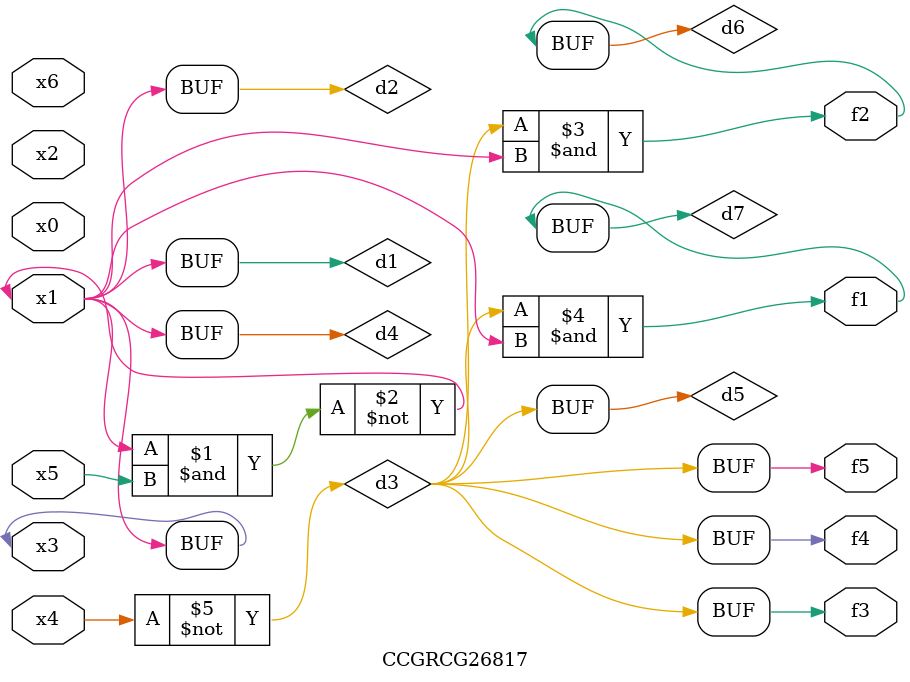
<source format=v>
module CCGRCG26817(
	input x0, x1, x2, x3, x4, x5, x6,
	output f1, f2, f3, f4, f5
);

	wire d1, d2, d3, d4, d5, d6, d7;

	buf (d1, x1, x3);
	nand (d2, x1, x5);
	not (d3, x4);
	buf (d4, d1, d2);
	buf (d5, d3);
	and (d6, d3, d4);
	and (d7, d3, d4);
	assign f1 = d7;
	assign f2 = d6;
	assign f3 = d5;
	assign f4 = d5;
	assign f5 = d5;
endmodule

</source>
